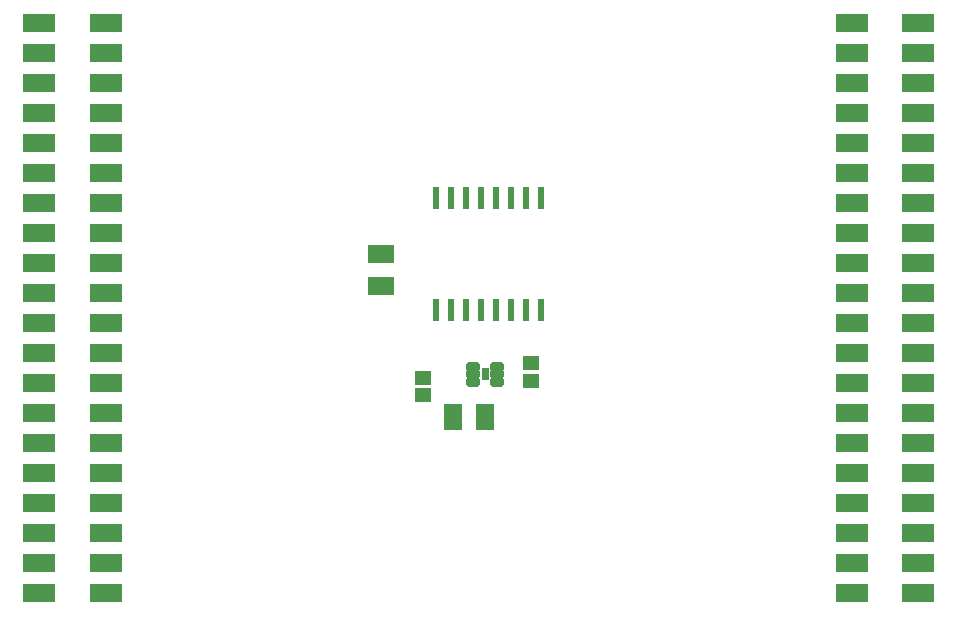
<source format=gtp>
G04*
G04 #@! TF.GenerationSoftware,Altium Limited,Altium Designer,22.9.1 (49)*
G04*
G04 Layer_Color=8421504*
%FSLAX25Y25*%
%MOIN*%
G70*
G04*
G04 #@! TF.SameCoordinates,874C2829-7940-4526-9E93-E1EEED9EE5DD*
G04*
G04*
G04 #@! TF.FilePolarity,Positive*
G04*
G01*
G75*
%ADD16R,0.10740X0.06016*%
%ADD17R,0.05543X0.04756*%
G04:AMPARAMS|DCode=18|XSize=47.17mil|YSize=32.6mil|CornerRadius=11.58mil|HoleSize=0mil|Usage=FLASHONLY|Rotation=0.000|XOffset=0mil|YOffset=0mil|HoleType=Round|Shape=RoundedRectangle|*
%AMROUNDEDRECTD18*
21,1,0.04717,0.00945,0,0,0.0*
21,1,0.02402,0.03260,0,0,0.0*
1,1,0.02315,0.01201,-0.00472*
1,1,0.02315,-0.01201,-0.00472*
1,1,0.02315,-0.01201,0.00472*
1,1,0.02315,0.01201,0.00472*
%
%ADD18ROUNDEDRECTD18*%
%ADD19R,0.06331X0.08693*%
%ADD20R,0.02200X0.07400*%
%ADD21R,0.08693X0.06331*%
G36*
X-289448Y-154016D02*
X-298188D01*
Y-150000D01*
X-289448D01*
Y-154016D01*
D02*
G37*
G36*
X-311700D02*
X-320440D01*
Y-150000D01*
X-311700D01*
Y-154016D01*
D02*
G37*
G36*
X-289448Y-164016D02*
X-298188D01*
Y-160000D01*
X-289448D01*
Y-164016D01*
D02*
G37*
G36*
X-311700D02*
X-320440D01*
Y-160000D01*
X-311700D01*
Y-164016D01*
D02*
G37*
G36*
X-289448Y-174016D02*
X-298188D01*
Y-170000D01*
X-289448D01*
Y-174016D01*
D02*
G37*
G36*
X-311700D02*
X-320440D01*
Y-170000D01*
X-311700D01*
Y-174016D01*
D02*
G37*
G36*
X-289448Y-184016D02*
X-298188D01*
Y-180000D01*
X-289448D01*
Y-184016D01*
D02*
G37*
G36*
X-311700D02*
X-320440D01*
Y-180000D01*
X-311700D01*
Y-184016D01*
D02*
G37*
G36*
X-289448Y-194016D02*
X-298188D01*
Y-190000D01*
X-289448D01*
Y-194016D01*
D02*
G37*
G36*
X-311700D02*
X-320440D01*
Y-190000D01*
X-311700D01*
Y-194016D01*
D02*
G37*
G36*
X-289448Y-104016D02*
X-298188D01*
Y-100000D01*
X-289448D01*
Y-104016D01*
D02*
G37*
G36*
X-311700D02*
X-320440D01*
Y-100000D01*
X-311700D01*
Y-104016D01*
D02*
G37*
G36*
X-289448Y-114016D02*
X-298188D01*
Y-110000D01*
X-289448D01*
Y-114016D01*
D02*
G37*
G36*
X-311700D02*
X-320440D01*
Y-110000D01*
X-311700D01*
Y-114016D01*
D02*
G37*
G36*
X-289448Y-124016D02*
X-298188D01*
Y-120000D01*
X-289448D01*
Y-124016D01*
D02*
G37*
G36*
X-311700D02*
X-320440D01*
Y-120000D01*
X-311700D01*
Y-124016D01*
D02*
G37*
G36*
X-289448Y-134016D02*
X-298188D01*
Y-130000D01*
X-289448D01*
Y-134016D01*
D02*
G37*
G36*
X-311700D02*
X-320440D01*
Y-130000D01*
X-311700D01*
Y-134016D01*
D02*
G37*
G36*
X-289448Y-144016D02*
X-298188D01*
Y-140000D01*
X-289448D01*
Y-144016D01*
D02*
G37*
G36*
X-311700D02*
X-320440D01*
Y-140000D01*
X-311700D01*
Y-144016D01*
D02*
G37*
G36*
X-289448Y-54016D02*
X-298188D01*
Y-50000D01*
X-289448D01*
Y-54016D01*
D02*
G37*
G36*
X-311700D02*
X-320440D01*
Y-50000D01*
X-311700D01*
Y-54016D01*
D02*
G37*
G36*
X-289448Y-64016D02*
X-298188D01*
Y-60000D01*
X-289448D01*
Y-64016D01*
D02*
G37*
G36*
X-311700D02*
X-320440D01*
Y-60000D01*
X-311700D01*
Y-64016D01*
D02*
G37*
G36*
X-289448Y-74016D02*
X-298188D01*
Y-70000D01*
X-289448D01*
Y-74016D01*
D02*
G37*
G36*
X-311700D02*
X-320440D01*
Y-70000D01*
X-311700D01*
Y-74016D01*
D02*
G37*
G36*
X-289448Y-84016D02*
X-298188D01*
Y-80000D01*
X-289448D01*
Y-84016D01*
D02*
G37*
G36*
X-311700D02*
X-320440D01*
Y-80000D01*
X-311700D01*
Y-84016D01*
D02*
G37*
G36*
X-289448Y-94016D02*
X-298188D01*
Y-90000D01*
X-289448D01*
Y-94016D01*
D02*
G37*
G36*
X-311700D02*
X-320440D01*
Y-90000D01*
X-311700D01*
Y-94016D01*
D02*
G37*
G36*
X-289448Y-4016D02*
X-298188D01*
Y0D01*
X-289448D01*
Y-4016D01*
D02*
G37*
G36*
X-311700D02*
X-320440D01*
Y0D01*
X-311700D01*
Y-4016D01*
D02*
G37*
G36*
X-289448Y-14016D02*
X-298188D01*
Y-10000D01*
X-289448D01*
Y-14016D01*
D02*
G37*
G36*
X-311700D02*
X-320440D01*
Y-10000D01*
X-311700D01*
Y-14016D01*
D02*
G37*
G36*
X-289448Y-24016D02*
X-298188D01*
Y-20000D01*
X-289448D01*
Y-24016D01*
D02*
G37*
G36*
X-311700D02*
X-320440D01*
Y-20000D01*
X-311700D01*
Y-24016D01*
D02*
G37*
G36*
X-289448Y-34016D02*
X-298188D01*
Y-30000D01*
X-289448D01*
Y-34016D01*
D02*
G37*
G36*
X-311700D02*
X-320440D01*
Y-30000D01*
X-311700D01*
Y-34016D01*
D02*
G37*
G36*
X-289448Y-44016D02*
X-298188D01*
Y-40000D01*
X-289448D01*
Y-44016D01*
D02*
G37*
G36*
X-311700D02*
X-320440D01*
Y-40000D01*
X-311700D01*
Y-44016D01*
D02*
G37*
G36*
X-40762Y-104016D02*
X-49502D01*
Y-100000D01*
X-40762D01*
Y-104016D01*
D02*
G37*
G36*
Y-114016D02*
X-49502D01*
Y-110000D01*
X-40762D01*
Y-114016D01*
D02*
G37*
G36*
X-166040Y-120995D02*
X-168528D01*
Y-117011D01*
X-166040D01*
Y-120995D01*
D02*
G37*
G36*
X-40762Y-124016D02*
X-49502D01*
Y-120000D01*
X-40762D01*
Y-124016D01*
D02*
G37*
G36*
Y-134016D02*
X-49502D01*
Y-130000D01*
X-40762D01*
Y-134016D01*
D02*
G37*
G36*
Y-144016D02*
X-49502D01*
Y-140000D01*
X-40762D01*
Y-144016D01*
D02*
G37*
G36*
Y-154016D02*
X-49502D01*
Y-150000D01*
X-40762D01*
Y-154016D01*
D02*
G37*
G36*
Y-164016D02*
X-49502D01*
Y-160000D01*
X-40762D01*
Y-164016D01*
D02*
G37*
G36*
Y-174016D02*
X-49502D01*
Y-170000D01*
X-40762D01*
Y-174016D01*
D02*
G37*
G36*
Y-184016D02*
X-49502D01*
Y-180000D01*
X-40762D01*
Y-184016D01*
D02*
G37*
G36*
Y-194016D02*
X-49502D01*
Y-190000D01*
X-40762D01*
Y-194016D01*
D02*
G37*
G36*
X-18510Y-190000D02*
Y-194016D01*
X-27250D01*
Y-190000D01*
X-18510D01*
D02*
G37*
G36*
Y-180000D02*
Y-184016D01*
X-27250D01*
Y-180000D01*
X-18510D01*
D02*
G37*
G36*
Y-170000D02*
Y-174016D01*
X-27250D01*
Y-170000D01*
X-18510D01*
D02*
G37*
G36*
Y-160000D02*
Y-164016D01*
X-27250D01*
Y-160000D01*
X-18510D01*
D02*
G37*
G36*
Y-150000D02*
Y-154016D01*
X-27250D01*
Y-150000D01*
X-18510D01*
D02*
G37*
G36*
Y-140000D02*
Y-144016D01*
X-27250D01*
Y-140000D01*
X-18510D01*
D02*
G37*
G36*
Y-130000D02*
Y-134016D01*
X-27250D01*
Y-130000D01*
X-18510D01*
D02*
G37*
G36*
Y-120000D02*
Y-124016D01*
X-27250D01*
Y-120000D01*
X-18510D01*
D02*
G37*
G36*
Y-110000D02*
Y-114016D01*
X-27250D01*
Y-110000D01*
X-18510D01*
D02*
G37*
G36*
Y-100000D02*
Y-104016D01*
X-27250D01*
Y-100000D01*
X-18510D01*
D02*
G37*
G36*
Y-54016D02*
X-27250D01*
Y-50000D01*
X-18510D01*
Y-54016D01*
D02*
G37*
G36*
X-40762D02*
X-49502D01*
Y-50000D01*
X-40762D01*
Y-54016D01*
D02*
G37*
G36*
X-18510Y-64016D02*
X-27250D01*
Y-60000D01*
X-18510D01*
Y-64016D01*
D02*
G37*
G36*
X-40762D02*
X-49502D01*
Y-60000D01*
X-40762D01*
Y-64016D01*
D02*
G37*
G36*
X-18510Y-74016D02*
X-27250D01*
Y-70000D01*
X-18510D01*
Y-74016D01*
D02*
G37*
G36*
X-40762D02*
X-49502D01*
Y-70000D01*
X-40762D01*
Y-74016D01*
D02*
G37*
G36*
X-18510Y-84016D02*
X-27250D01*
Y-80000D01*
X-18510D01*
Y-84016D01*
D02*
G37*
G36*
X-40762D02*
X-49502D01*
Y-80000D01*
X-40762D01*
Y-84016D01*
D02*
G37*
G36*
X-18510Y-94016D02*
X-27250D01*
Y-90000D01*
X-18510D01*
Y-94016D01*
D02*
G37*
G36*
X-40762D02*
X-49502D01*
Y-90000D01*
X-40762D01*
Y-94016D01*
D02*
G37*
G36*
X-18510Y-4016D02*
X-27250D01*
Y0D01*
X-18510D01*
Y-4016D01*
D02*
G37*
G36*
X-40762D02*
X-49502D01*
Y0D01*
X-40762D01*
Y-4016D01*
D02*
G37*
G36*
X-18510Y-14016D02*
X-27250D01*
Y-10000D01*
X-18510D01*
Y-14016D01*
D02*
G37*
G36*
X-40762D02*
X-49502D01*
Y-10000D01*
X-40762D01*
Y-14016D01*
D02*
G37*
G36*
X-18510Y-24016D02*
X-27250D01*
Y-20000D01*
X-18510D01*
Y-24016D01*
D02*
G37*
G36*
X-40762D02*
X-49502D01*
Y-20000D01*
X-40762D01*
Y-24016D01*
D02*
G37*
G36*
X-18510Y-34016D02*
X-27250D01*
Y-30000D01*
X-18510D01*
Y-34016D01*
D02*
G37*
G36*
X-40762D02*
X-49502D01*
Y-30000D01*
X-40762D01*
Y-34016D01*
D02*
G37*
G36*
X-18510Y-44016D02*
X-27250D01*
Y-40000D01*
X-18510D01*
Y-44016D01*
D02*
G37*
G36*
X-40762D02*
X-49502D01*
Y-40000D01*
X-40762D01*
Y-44016D01*
D02*
G37*
D16*
X-45128Y-42008D02*
D03*
Y-52008D02*
D03*
Y-62008D02*
D03*
Y-72008D02*
D03*
Y-82008D02*
D03*
Y-92008D02*
D03*
Y-102008D02*
D03*
Y-112008D02*
D03*
Y-122008D02*
D03*
Y-132008D02*
D03*
Y-192008D02*
D03*
X-22884D02*
D03*
X-45128Y-182008D02*
D03*
X-22884D02*
D03*
X-45128Y-172008D02*
D03*
X-22884D02*
D03*
X-45128Y-162008D02*
D03*
X-22884D02*
D03*
X-45128Y-152008D02*
D03*
X-22884D02*
D03*
X-45128Y-142008D02*
D03*
X-22884D02*
D03*
Y-132008D02*
D03*
Y-122008D02*
D03*
Y-112008D02*
D03*
Y-102008D02*
D03*
Y-92008D02*
D03*
Y-82008D02*
D03*
Y-72008D02*
D03*
Y-62008D02*
D03*
Y-52008D02*
D03*
Y-42008D02*
D03*
X-45128Y-32008D02*
D03*
X-22884D02*
D03*
X-45128Y-22008D02*
D03*
X-22884D02*
D03*
X-45128Y-12008D02*
D03*
X-22884D02*
D03*
X-45128Y-2008D02*
D03*
X-22884D02*
D03*
X-316066Y-192008D02*
D03*
X-293822D02*
D03*
X-316066Y-182008D02*
D03*
X-293822D02*
D03*
X-316066Y-172008D02*
D03*
X-293822D02*
D03*
X-316066Y-162008D02*
D03*
X-293822D02*
D03*
X-316066Y-152008D02*
D03*
X-293822D02*
D03*
X-316066Y-142008D02*
D03*
X-293822D02*
D03*
X-316066Y-132008D02*
D03*
X-293822D02*
D03*
X-316066Y-122008D02*
D03*
X-293822D02*
D03*
X-316066Y-112008D02*
D03*
X-293822D02*
D03*
X-316066Y-102008D02*
D03*
X-293822D02*
D03*
X-316066Y-92008D02*
D03*
X-293822D02*
D03*
X-316066Y-82008D02*
D03*
X-293822D02*
D03*
X-316066Y-72008D02*
D03*
X-293822D02*
D03*
X-316066Y-62008D02*
D03*
X-293822D02*
D03*
X-316066Y-52008D02*
D03*
X-293822D02*
D03*
X-316066Y-42008D02*
D03*
X-293822D02*
D03*
X-316066Y-32008D02*
D03*
X-293822D02*
D03*
X-316066Y-22008D02*
D03*
X-293822D02*
D03*
X-316066Y-12008D02*
D03*
X-293822D02*
D03*
X-316066Y-2008D02*
D03*
X-293822D02*
D03*
D17*
X-187933Y-125991D02*
D03*
Y-120086D02*
D03*
X-152033Y-121168D02*
D03*
Y-115263D02*
D03*
D18*
X-163268Y-116444D02*
D03*
Y-119003D02*
D03*
Y-121562D02*
D03*
X-171300D02*
D03*
Y-119003D02*
D03*
Y-116444D02*
D03*
D19*
X-167284Y-133116D02*
D03*
X-177914D02*
D03*
D20*
X-183540Y-60351D02*
D03*
X-178540D02*
D03*
X-173540D02*
D03*
X-168540D02*
D03*
X-163540D02*
D03*
X-158540D02*
D03*
X-153540D02*
D03*
X-148540D02*
D03*
Y-97651D02*
D03*
X-153540D02*
D03*
X-158540D02*
D03*
X-163540D02*
D03*
X-168540D02*
D03*
X-173540D02*
D03*
X-178540D02*
D03*
X-183540D02*
D03*
D21*
X-202099Y-79001D02*
D03*
Y-89631D02*
D03*
M02*

</source>
